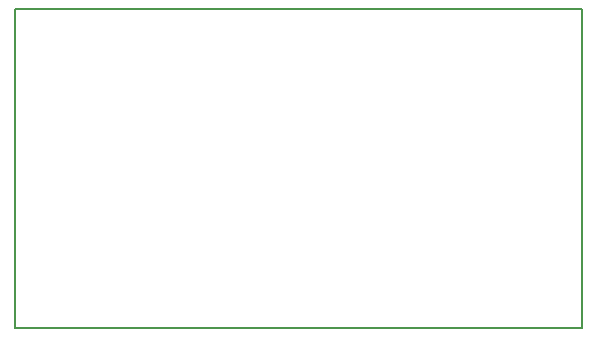
<source format=gbr>
G04 #@! TF.FileFunction,Profile,NP*
%FSLAX46Y46*%
G04 Gerber Fmt 4.6, Leading zero omitted, Abs format (unit mm)*
G04 Created by KiCad (PCBNEW 4.0.7-e2-6376~58~ubuntu16.04.1) date Thu Aug 16 13:00:31 2018*
%MOMM*%
%LPD*%
G01*
G04 APERTURE LIST*
%ADD10C,0.100000*%
%ADD11C,0.150000*%
G04 APERTURE END LIST*
D10*
D11*
X172000000Y-105950000D02*
X124000000Y-105950000D01*
X172000000Y-78950000D02*
X172000000Y-105950000D01*
X124000000Y-78950000D02*
X172000000Y-78950000D01*
X124000000Y-105950000D02*
X124000000Y-78950000D01*
M02*

</source>
